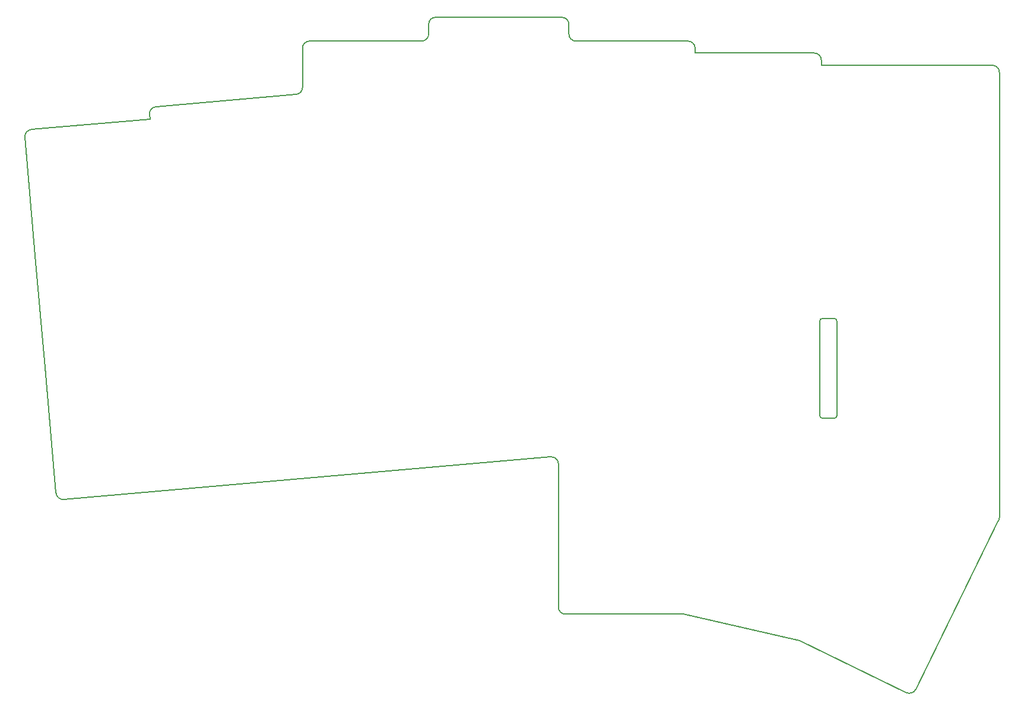
<source format=gbr>
%TF.GenerationSoftware,KiCad,Pcbnew,(6.0.6)*%
%TF.CreationDate,2022-07-14T02:02:08+02:00*%
%TF.ProjectId,main_wired2,6d61696e-5f77-4697-9265-64322e6b6963,v1.0.0*%
%TF.SameCoordinates,Original*%
%TF.FileFunction,Profile,NP*%
%FSLAX46Y46*%
G04 Gerber Fmt 4.6, Leading zero omitted, Abs format (unit mm)*
G04 Created by KiCad (PCBNEW (6.0.6)) date 2022-07-14 02:02:08*
%MOMM*%
%LPD*%
G01*
G04 APERTURE LIST*
%TA.AperFunction,Profile*%
%ADD10C,0.150000*%
%TD*%
G04 APERTURE END LIST*
D10*
X36827819Y57011883D02*
G75*
G03*
X35827817Y56011938I-19J-999983D01*
G01*
X35827817Y56011938D02*
X35827818Y50393570D01*
X-3757390Y43303668D02*
X-2275779Y26368807D01*
X72327819Y-23788060D02*
X72327819Y-3329681D01*
X134227818Y53561938D02*
X109827820Y53561939D01*
X90827822Y57011942D02*
X74827819Y57011941D01*
X-2275779Y26368807D02*
G75*
G03*
X-2275741Y26368359I25287J1919D01*
G01*
X134898323Y-11729970D02*
G75*
G03*
X135227819Y-10988061I-670423J741870D01*
G01*
X72327838Y-23788060D02*
G75*
G03*
X73327821Y-24788062I1000062J60D01*
G01*
X-794052Y9432603D02*
X687555Y-7502261D01*
X52827818Y57011882D02*
G75*
G03*
X53827818Y58011939I-18J1000018D01*
G01*
X14934989Y47649354D02*
X34914977Y49397376D01*
X72827818Y60411935D02*
X54827818Y60411938D01*
X34914975Y49397398D02*
G75*
G03*
X35827817Y50393569I-87275J996302D01*
G01*
X123296177Y-35517898D02*
X134898323Y-11729970D01*
X-794094Y9433049D02*
G75*
G03*
X-794053Y9432606I45311J3970D01*
G01*
X91827819Y55311933D02*
X91827818Y56011938D01*
X121959024Y-35978287D02*
G75*
G03*
X123296177Y-35517898I438376J898787D01*
G01*
X1770907Y-8411300D02*
X71240663Y-2333484D01*
X14934989Y47649354D02*
G75*
G03*
X14025953Y46566006I87171J-996204D01*
G01*
X135227821Y-10988060D02*
X135227819Y-10917613D01*
X90461894Y-24813690D02*
G75*
G03*
X90236941Y-24788064I-224894J-974010D01*
G01*
X108827817Y55311941D02*
X91827819Y55311933D01*
X687558Y-7502261D02*
G75*
G03*
X1770907Y-8411300I996182J87141D01*
G01*
X73827835Y59411936D02*
G75*
G03*
X72827818Y60411935I-999935J64D01*
G01*
X14025952Y46566007D02*
X14086958Y45868666D01*
X109827820Y53561939D02*
X109827820Y54311938D01*
X-794094Y9433049D02*
X-2275738Y26368361D01*
X90461893Y-24813694D02*
X106692350Y-28560788D01*
X73827819Y58011937D02*
X73827817Y59411936D01*
X73327821Y-24788062D02*
X90236941Y-24788064D01*
X73827841Y58011937D02*
G75*
G03*
X74827819Y57011941I1000059J63D01*
G01*
X135227821Y-10917613D02*
G75*
G03*
X135227818Y-10706560I-994621J105513D01*
G01*
X72327829Y-3329681D02*
G75*
G03*
X71240662Y-2333484I-999929J81D01*
G01*
X54827818Y60411882D02*
G75*
G03*
X53827818Y59411936I-18J-999982D01*
G01*
X52827818Y57011937D02*
X36827819Y57011936D01*
X135227838Y52561937D02*
G75*
G03*
X134227818Y53561938I-999938J63D01*
G01*
X106905771Y-28636365D02*
X121959009Y-35978318D01*
X106905767Y-28636374D02*
G75*
G03*
X106692350Y-28560788I-438467J-898926D01*
G01*
X-2848351Y44387021D02*
G75*
G03*
X-3757389Y43303668I87160J-996197D01*
G01*
X91827842Y56011938D02*
G75*
G03*
X90827822Y57011942I-999942J62D01*
G01*
X109827841Y54311938D02*
G75*
G03*
X108827817Y55311941I-999941J62D01*
G01*
X53827818Y59411936D02*
X53827818Y58011939D01*
X14086958Y45868666D02*
X-2848351Y44387021D01*
X135227818Y-10706560D02*
X135227819Y52561937D01*
%TO.C,REF\u002A\u002A*%
X109627819Y3511939D02*
X109627819Y17111939D01*
X109927819Y17411939D02*
X111727819Y17411939D01*
X112027819Y17111939D02*
X112027819Y3511939D01*
X111727819Y3211939D02*
X109927819Y3211939D01*
X111727819Y3211939D02*
G75*
G03*
X112027819Y3511939I0J300000D01*
G01*
X109927819Y17411939D02*
G75*
G03*
X109627819Y17111939I0J-300000D01*
G01*
X112027819Y17111939D02*
G75*
G03*
X111727819Y17411939I-300000J0D01*
G01*
X109627819Y3511939D02*
G75*
G03*
X109927819Y3211939I300000J0D01*
G01*
%TD*%
M02*

</source>
